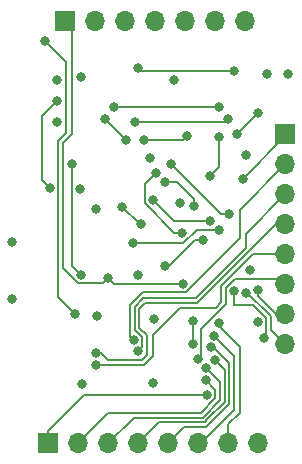
<source format=gbr>
%TF.GenerationSoftware,KiCad,Pcbnew,(6.0.0-0)*%
%TF.CreationDate,2022-02-14T20:59:39-05:00*%
%TF.ProjectId,Shifter-v6,53686966-7465-4722-9d76-362e6b696361,rev?*%
%TF.SameCoordinates,Original*%
%TF.FileFunction,Copper,L4,Bot*%
%TF.FilePolarity,Positive*%
%FSLAX46Y46*%
G04 Gerber Fmt 4.6, Leading zero omitted, Abs format (unit mm)*
G04 Created by KiCad (PCBNEW (6.0.0-0)) date 2022-02-14 20:59:39*
%MOMM*%
%LPD*%
G01*
G04 APERTURE LIST*
%TA.AperFunction,ComponentPad*%
%ADD10R,1.700000X1.700000*%
%TD*%
%TA.AperFunction,ComponentPad*%
%ADD11O,1.700000X1.700000*%
%TD*%
%TA.AperFunction,ViaPad*%
%ADD12C,0.800000*%
%TD*%
%TA.AperFunction,Conductor*%
%ADD13C,0.200000*%
%TD*%
G04 APERTURE END LIST*
D10*
%TO.P,J3,1,Pin_1*%
%TO.N,~{SHR}*%
X166075000Y-65400000D03*
D11*
%TO.P,J3,2,Pin_2*%
%TO.N,~{SHL}*%
X168615000Y-65400000D03*
%TO.P,J3,3,Pin_3*%
%TO.N,~{ROTATE}*%
X171155000Y-65400000D03*
%TO.P,J3,4,Pin_4*%
%TO.N,~{ARITHMETIC}*%
X173695000Y-65400000D03*
%TO.P,J3,5,Pin_5*%
%TO.N,CARRY_OUT*%
X176235000Y-65400000D03*
%TO.P,J3,6,Pin_6*%
%TO.N,GND*%
X178775000Y-65400000D03*
%TO.P,J3,7,Pin_7*%
%TO.N,VCC*%
X181315000Y-65400000D03*
%TD*%
D10*
%TO.P,J2,1,Pin_1*%
%TO.N,Q0*%
X164630000Y-101100000D03*
D11*
%TO.P,J2,2,Pin_2*%
%TO.N,Q1*%
X167170000Y-101100000D03*
%TO.P,J2,3,Pin_3*%
%TO.N,Q2*%
X169710000Y-101100000D03*
%TO.P,J2,4,Pin_4*%
%TO.N,Q3*%
X172250000Y-101100000D03*
%TO.P,J2,5,Pin_5*%
%TO.N,Q4*%
X174790000Y-101100000D03*
%TO.P,J2,6,Pin_6*%
%TO.N,Q5*%
X177330000Y-101100000D03*
%TO.P,J2,7,Pin_7*%
%TO.N,Q6*%
X179870000Y-101100000D03*
%TO.P,J2,8,Pin_8*%
%TO.N,Q7*%
X182410000Y-101100000D03*
%TD*%
D10*
%TO.P,J1,1,Pin_1*%
%TO.N,A0*%
X184700000Y-74970000D03*
D11*
%TO.P,J1,2,Pin_2*%
%TO.N,A1*%
X184700000Y-77510000D03*
%TO.P,J1,3,Pin_3*%
%TO.N,A2*%
X184700000Y-80050000D03*
%TO.P,J1,4,Pin_4*%
%TO.N,A3*%
X184700000Y-82590000D03*
%TO.P,J1,5,Pin_5*%
%TO.N,A4*%
X184700000Y-85130000D03*
%TO.P,J1,6,Pin_6*%
%TO.N,A5*%
X184700000Y-87670000D03*
%TO.P,J1,7,Pin_7*%
%TO.N,A6*%
X184700000Y-90210000D03*
%TO.P,J1,8,Pin_8*%
%TO.N,A7*%
X184700000Y-92750000D03*
%TD*%
D12*
%TO.N,A0*%
X181102000Y-78740000D03*
%TO.N,A1*%
X171837756Y-92422987D03*
%TO.N,A2*%
X172257349Y-93330151D03*
%TO.N,A3*%
X168651784Y-93460782D03*
%TO.N,A4*%
X168656000Y-94488000D03*
%TO.N,A5*%
X177292000Y-93980000D03*
%TO.N,A6*%
X180340000Y-69596000D03*
X182372000Y-88138000D03*
X172212000Y-69342000D03*
%TO.N,A7*%
X173736000Y-78232000D03*
X176847716Y-92757023D03*
X181356000Y-88392000D03*
X175959500Y-83312000D03*
X176866125Y-90760125D03*
%TO.N,Q0*%
X178054000Y-97028000D03*
%TO.N,Q1*%
X177952195Y-95779695D03*
%TO.N,Q2*%
X177977620Y-94780516D03*
%TO.N,Q3*%
X178709006Y-94099282D03*
%TO.N,Q4*%
X178386236Y-92989702D03*
%TO.N,Q5*%
X178672965Y-92032209D03*
%TO.N,Q6*%
X179070000Y-90932000D03*
%TO.N,VCC*%
X184912000Y-69850000D03*
X161544000Y-88900000D03*
X175260000Y-70358000D03*
X167323500Y-79562544D03*
X173560175Y-90611118D03*
X175770876Y-80795880D03*
X165354000Y-70358000D03*
X167509000Y-96143000D03*
X167386000Y-70104000D03*
X182372000Y-90844022D03*
X165354000Y-73914000D03*
%TO.N,GND*%
X161544000Y-84074000D03*
X168692681Y-81324348D03*
X168738372Y-90314872D03*
X172212000Y-86868000D03*
X181659786Y-86422500D03*
X181356000Y-76708000D03*
X173207489Y-76962000D03*
X173482000Y-96012000D03*
X183134000Y-69850000D03*
%TO.N,CARRY_OUT*%
X180594000Y-74930000D03*
X182372000Y-73152000D03*
%TO.N,~{SHR}*%
X182880000Y-92202000D03*
X176022000Y-87630000D03*
X169672000Y-87122000D03*
X180364007Y-88269709D03*
%TO.N,~{SHL}*%
X164338000Y-67056000D03*
X166878000Y-90170000D03*
%TO.N,ARITHMETIC*%
X169418000Y-73660000D03*
X171196000Y-75438000D03*
%TO.N,ROTATE*%
X178308000Y-82296000D03*
X172444248Y-82598509D03*
X173482000Y-80518000D03*
X170850500Y-81095058D03*
%TO.N,/!ARITHMETIC*%
X167386000Y-86868000D03*
X166624000Y-77470000D03*
%TO.N,Net-(U1-Pad3)*%
X171958000Y-73914000D03*
X179832000Y-73660000D03*
%TO.N,Net-(U1-Pad11)*%
X170180000Y-72644000D03*
X179070000Y-72644000D03*
%TO.N,/ARITHMETIC_AND_A7*%
X176350000Y-75110000D03*
X172720000Y-75438000D03*
%TO.N,Net-(U2-Pad4)*%
X177000500Y-81026000D03*
X174498000Y-78993998D03*
%TO.N,Net-(U2-Pad6)*%
X179070000Y-83058000D03*
X171762826Y-84191652D03*
%TO.N,Net-(U3-Pad3)*%
X177749500Y-83899146D03*
X174498000Y-86106000D03*
%TO.N,Net-(U3-Pad8)*%
X175006000Y-77470000D03*
X179915630Y-81677613D03*
%TO.N,Net-(U3-Pad11)*%
X179070000Y-75184000D03*
X178308000Y-78486000D03*
%TO.N,~{ARITHMETIC}*%
X164762989Y-79491100D03*
X165354000Y-72136000D03*
%TD*%
D13*
%TO.N,A0*%
X184700000Y-75142000D02*
X184700000Y-74970000D01*
X181102000Y-78740000D02*
X184700000Y-75142000D01*
%TO.N,A1*%
X172611520Y-88329501D02*
X171521467Y-89419554D01*
X180848000Y-83793245D02*
X176311744Y-88329501D01*
X171521467Y-92106698D02*
X171837756Y-92422987D01*
X180848000Y-81362000D02*
X180848000Y-83793245D01*
X171521467Y-89419554D02*
X171521467Y-92106698D01*
X176311744Y-88329501D02*
X172611520Y-88329501D01*
X184700000Y-77510000D02*
X180848000Y-81362000D01*
%TO.N,A2*%
X172574489Y-92170477D02*
X172574489Y-93013011D01*
X171920978Y-89585036D02*
X171920978Y-91516966D01*
X172643036Y-88862978D02*
X171920978Y-89585036D01*
X184700000Y-80050000D02*
X181318979Y-83431021D01*
X181318979Y-83431021D02*
X181318979Y-84630342D01*
X181318979Y-84630342D02*
X177086343Y-88862978D01*
X171920978Y-91516966D02*
X172574489Y-92170477D01*
X177086343Y-88862978D02*
X172643036Y-88862978D01*
X172574489Y-93013011D02*
X172257349Y-93330151D01*
%TO.N,A3*%
X172320490Y-91351484D02*
X172974000Y-92004994D01*
X172974000Y-92004994D02*
X172974000Y-93669006D01*
X172974000Y-93669006D02*
X172574490Y-94068516D01*
X177251996Y-89262490D02*
X172808517Y-89262490D01*
X172808517Y-89262490D02*
X172320489Y-89750518D01*
X169057050Y-93460782D02*
X168651784Y-93460782D01*
X172574490Y-94068516D02*
X169664784Y-94068516D01*
X172320489Y-89750518D02*
X172320490Y-91351484D01*
X183924486Y-82590000D02*
X177251996Y-89262490D01*
X184700000Y-82590000D02*
X183924486Y-82590000D01*
X169664784Y-94068516D02*
X169057050Y-93460782D01*
%TO.N,A4*%
X173482000Y-91948000D02*
X173482000Y-93726000D01*
X179264995Y-89182767D02*
X178785762Y-89662000D01*
X172720000Y-94488000D02*
X168656000Y-94488000D01*
X184700000Y-85130000D02*
X181949477Y-85130000D01*
X178785762Y-89662000D02*
X175768000Y-89662000D01*
X179264995Y-87814483D02*
X179264995Y-89182767D01*
X173482000Y-93726000D02*
X172720000Y-94488000D01*
X175768000Y-89662000D02*
X173482000Y-91948000D01*
X181949477Y-85130000D02*
X179264995Y-87814483D01*
%TO.N,A5*%
X179664506Y-88559453D02*
X179665732Y-88560679D01*
X177547217Y-91465538D02*
X177547217Y-93724783D01*
X179665732Y-88560679D02*
X179665732Y-89347023D01*
X184224126Y-87194126D02*
X180450345Y-87194126D01*
X180450345Y-87194126D02*
X179664506Y-87979965D01*
X177547217Y-93724783D02*
X177292000Y-93980000D01*
X184700000Y-87670000D02*
X184224126Y-87194126D01*
X179664506Y-87979965D02*
X179664506Y-88559453D01*
X179665732Y-89347023D02*
X177547217Y-91465538D01*
%TO.N,A6*%
X182372000Y-88646000D02*
X182372000Y-88138000D01*
X184700000Y-90210000D02*
X183936000Y-90210000D01*
X183936000Y-90210000D02*
X183388000Y-89662000D01*
X172466000Y-69596000D02*
X172212000Y-69342000D01*
X180340000Y-69596000D02*
X172466000Y-69596000D01*
X183388000Y-89662000D02*
X182372000Y-88646000D01*
%TO.N,A7*%
X181474217Y-88392000D02*
X181356000Y-88392000D01*
X173736000Y-78232000D02*
X172782499Y-79185501D01*
X175286755Y-83312000D02*
X175959500Y-83312000D01*
X183471011Y-91521011D02*
X183471011Y-90388794D01*
X183471011Y-90388794D02*
X181474217Y-88392000D01*
X176866125Y-90760125D02*
X176847716Y-90778534D01*
X172782499Y-80807744D02*
X175286755Y-83312000D01*
X176847716Y-90778534D02*
X176847716Y-92757023D01*
X172782499Y-79185501D02*
X172782499Y-80807744D01*
X184700000Y-92750000D02*
X183471011Y-91521011D01*
%TO.N,Q0*%
X167652000Y-97028000D02*
X178054000Y-97028000D01*
X164630000Y-101100000D02*
X164630000Y-100050000D01*
X164630000Y-100050000D02*
X167652000Y-97028000D01*
%TO.N,Q1*%
X178753501Y-96581001D02*
X177952195Y-95779695D01*
X169718000Y-98552000D02*
X177519245Y-98552000D01*
X178753501Y-97317744D02*
X178753501Y-96581001D01*
X167170000Y-101100000D02*
X169718000Y-98552000D01*
X177519245Y-98552000D02*
X178753501Y-97317744D01*
%TO.N,Q2*%
X171858489Y-98951511D02*
X177684729Y-98951510D01*
X179153011Y-95955907D02*
X177977620Y-94780516D01*
X177684729Y-98951510D02*
X179153012Y-97483226D01*
X169710000Y-101100000D02*
X171858489Y-98951511D01*
X179153012Y-97483226D02*
X179153011Y-95955907D01*
%TO.N,Q3*%
X179552523Y-97648708D02*
X179552523Y-94942799D01*
X178084240Y-99116991D02*
X179552523Y-97648708D01*
X173998978Y-99351022D02*
X177850213Y-99351020D01*
X179552523Y-94942799D02*
X178709006Y-94099282D01*
X177850213Y-99351020D02*
X178084240Y-99116991D01*
X172250000Y-101100000D02*
X173998978Y-99351022D01*
%TO.N,Q4*%
X178015692Y-99750532D02*
X179952034Y-97814190D01*
X179952034Y-94353065D02*
X178588671Y-92989702D01*
X179952034Y-97814190D02*
X179952034Y-94353065D01*
X176139468Y-99750532D02*
X178015692Y-99750532D01*
X178588671Y-92989702D02*
X178386236Y-92989702D01*
X174790000Y-101100000D02*
X176139468Y-99750532D01*
%TO.N,Q5*%
X180351545Y-98286455D02*
X180351545Y-93710789D01*
X177330000Y-101100000D02*
X177538000Y-101100000D01*
X177538000Y-101100000D02*
X180351545Y-98286455D01*
X180351545Y-93710789D02*
X178672965Y-92032209D01*
%TO.N,Q6*%
X179870000Y-101100000D02*
X179870000Y-99530000D01*
X180848000Y-92964000D02*
X179070000Y-91186000D01*
X179070000Y-91186000D02*
X179070000Y-90932000D01*
X180848000Y-98552000D02*
X180848000Y-92964000D01*
X179870000Y-99530000D02*
X180848000Y-98552000D01*
%TO.N,CARRY_OUT*%
X182372000Y-73152000D02*
X180594000Y-74930000D01*
%TO.N,~{SHR}*%
X183071501Y-92010499D02*
X183071501Y-90554278D01*
X167096256Y-87567501D02*
X165862000Y-86333245D01*
X183071501Y-90554278D02*
X181949230Y-89432007D01*
X166624000Y-65949000D02*
X166075000Y-65400000D01*
X176022000Y-87630000D02*
X170180000Y-87630000D01*
X169226499Y-87567501D02*
X167096256Y-87567501D01*
X180364007Y-89432007D02*
X180364007Y-88269709D01*
X165862000Y-75692000D02*
X166624000Y-74930000D01*
X181949230Y-89432007D02*
X180364007Y-89432007D01*
X165862000Y-86333245D02*
X165862000Y-75692000D01*
X170180000Y-87630000D02*
X169672000Y-87122000D01*
X182880000Y-92202000D02*
X183071501Y-92010499D01*
X166624000Y-74930000D02*
X166624000Y-65949000D01*
X169672000Y-87122000D02*
X169226499Y-87567501D01*
%TO.N,~{SHL}*%
X165462489Y-75526517D02*
X166116000Y-74873006D01*
X165462489Y-88754489D02*
X165462489Y-75526517D01*
X166116000Y-68834000D02*
X164338000Y-67056000D01*
X166878000Y-90170000D02*
X165462489Y-88754489D01*
X166116000Y-74873006D02*
X166116000Y-68834000D01*
%TO.N,ARITHMETIC*%
X171196000Y-75438000D02*
X169418000Y-73660000D01*
%TO.N,ROTATE*%
X175260000Y-82296000D02*
X175006000Y-82042000D01*
X178308000Y-82296000D02*
X175260000Y-82296000D01*
X172353951Y-82598509D02*
X172444248Y-82598509D01*
X175006000Y-82042000D02*
X173482000Y-80518000D01*
X170850500Y-81095058D02*
X172353951Y-82598509D01*
%TO.N,/!ARITHMETIC*%
X166624000Y-77470000D02*
X166624000Y-86106000D01*
X166624000Y-86106000D02*
X166878000Y-86360000D01*
X166878000Y-86360000D02*
X167386000Y-86868000D01*
%TO.N,Net-(U1-Pad3)*%
X171958000Y-73914000D02*
X179578000Y-73914000D01*
X179578000Y-73914000D02*
X179832000Y-73660000D01*
%TO.N,Net-(U1-Pad11)*%
X170180000Y-72644000D02*
X179070000Y-72644000D01*
%TO.N,/ARITHMETIC_AND_A7*%
X176022000Y-75438000D02*
X176350000Y-75110000D01*
X172720000Y-75438000D02*
X176022000Y-75438000D01*
%TO.N,Net-(U2-Pad4)*%
X177000500Y-81026000D02*
X177000500Y-80480500D01*
X177000500Y-80480500D02*
X175513998Y-78993998D01*
X175513998Y-78993998D02*
X174498000Y-78993998D01*
%TO.N,Net-(U2-Pad6)*%
X177202745Y-83058000D02*
X176069093Y-84191652D01*
X179070000Y-83058000D02*
X177202745Y-83058000D01*
X176069093Y-84191652D02*
X171762826Y-84191652D01*
%TO.N,Net-(U3-Pad3)*%
X174498000Y-86106000D02*
X174808994Y-86106000D01*
X174808994Y-86106000D02*
X177015848Y-83899146D01*
X177015848Y-83899146D02*
X177749500Y-83899146D01*
%TO.N,Net-(U3-Pad8)*%
X179213613Y-81677613D02*
X179915630Y-81677613D01*
X175006000Y-77470000D02*
X179213613Y-81677613D01*
%TO.N,Net-(U3-Pad11)*%
X179070000Y-77724000D02*
X178308000Y-78486000D01*
X179070000Y-75184000D02*
X179070000Y-76454000D01*
X179070000Y-76454000D02*
X179070000Y-77724000D01*
%TO.N,~{ARITHMETIC}*%
X164084000Y-78812111D02*
X164762989Y-79491100D01*
X165354000Y-72136000D02*
X164084000Y-73406000D01*
X164084000Y-73406000D02*
X164084000Y-78812111D01*
%TD*%
M02*

</source>
